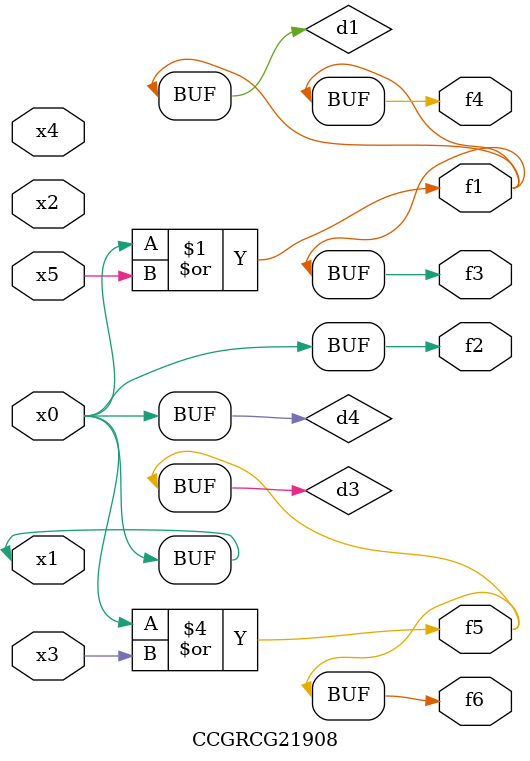
<source format=v>
module CCGRCG21908(
	input x0, x1, x2, x3, x4, x5,
	output f1, f2, f3, f4, f5, f6
);

	wire d1, d2, d3, d4;

	or (d1, x0, x5);
	xnor (d2, x1, x4);
	or (d3, x0, x3);
	buf (d4, x0, x1);
	assign f1 = d1;
	assign f2 = d4;
	assign f3 = d1;
	assign f4 = d1;
	assign f5 = d3;
	assign f6 = d3;
endmodule

</source>
